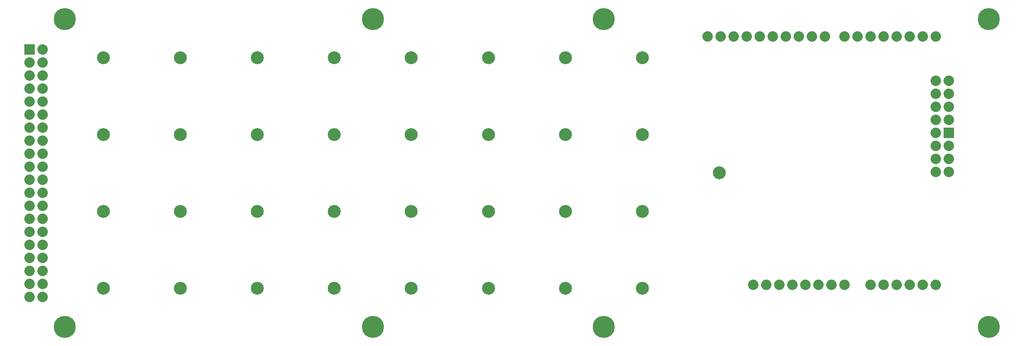
<source format=gbs>
G04 #@! TF.GenerationSoftware,KiCad,Pcbnew,(2018-02-14 revision 6afdf1cf8)-makepkg*
G04 #@! TF.CreationDate,2018-02-15T17:48:32+13:00*
G04 #@! TF.ProjectId,patch-shield-analog,70617463682D736869656C642D616E61,rev?*
G04 #@! TF.SameCoordinates,Original*
G04 #@! TF.FileFunction,Soldermask,Bot*
G04 #@! TF.FilePolarity,Negative*
%FSLAX46Y46*%
G04 Gerber Fmt 4.6, Leading zero omitted, Abs format (unit mm)*
G04 Created by KiCad (PCBNEW (2018-02-14 revision 6afdf1cf8)-makepkg) date 02/15/18 17:48:32*
%MOMM*%
%LPD*%
G01*
G04 APERTURE LIST*
%ADD10C,2.506980*%
%ADD11R,2.032000X2.032000*%
%ADD12C,2.032000*%
%ADD13C,4.305300*%
G04 APERTURE END LIST*
D10*
X159999680Y-89999820D03*
X159999680Y-59999880D03*
X145000980Y-59999880D03*
X129999740Y-59999880D03*
X115001040Y-59999880D03*
X99999800Y-59999880D03*
X85001100Y-59999880D03*
X69999860Y-59999880D03*
X55001160Y-59999880D03*
X55001160Y-105001060D03*
X145000980Y-89999820D03*
X129999740Y-89999820D03*
X115001040Y-89999820D03*
X99999800Y-89999820D03*
X85001100Y-89999820D03*
X69999860Y-89999820D03*
X55001160Y-89999820D03*
X55001160Y-75001120D03*
X175000920Y-82499200D03*
X159999680Y-75001120D03*
X145000980Y-75001120D03*
X129999740Y-75001120D03*
X115001040Y-75001120D03*
X99999800Y-75001120D03*
X85001100Y-75001120D03*
X69999860Y-75001120D03*
X159999680Y-105001060D03*
X145000980Y-105001060D03*
X129999740Y-105001060D03*
X115001040Y-105001060D03*
X99999800Y-105001060D03*
X85001100Y-105001060D03*
X69999860Y-105001060D03*
D11*
X40640000Y-58420000D03*
D12*
X43180000Y-58420000D03*
X40640000Y-71120000D03*
X43180000Y-60960000D03*
X40640000Y-73660000D03*
X43180000Y-63500000D03*
X40640000Y-76200000D03*
X43180000Y-66040000D03*
X40640000Y-78740000D03*
X43180000Y-68580000D03*
X40640000Y-81280000D03*
X43180000Y-71120000D03*
X40640000Y-83820000D03*
X43180000Y-73660000D03*
X40640000Y-86360000D03*
X43180000Y-76200000D03*
X40640000Y-88900000D03*
X43180000Y-78740000D03*
X40640000Y-91440000D03*
X43180000Y-81280000D03*
X40640000Y-93980000D03*
X43180000Y-83820000D03*
X40640000Y-96520000D03*
X43180000Y-86360000D03*
X43180000Y-88900000D03*
X40640000Y-99060000D03*
X43180000Y-91440000D03*
X43180000Y-96520000D03*
X43180000Y-99060000D03*
X43180000Y-101600000D03*
X43180000Y-104140000D03*
X40640000Y-101600000D03*
X40640000Y-104140000D03*
X40640000Y-60960000D03*
X40640000Y-63500000D03*
X40640000Y-66040000D03*
X40640000Y-68580000D03*
X40640000Y-106680000D03*
X43180000Y-106680000D03*
X43180000Y-93980000D03*
X181584600Y-104343200D03*
X184124600Y-104343200D03*
X186664600Y-104343200D03*
X189204600Y-104343200D03*
X191744600Y-104343200D03*
X194284600Y-104343200D03*
X196824600Y-104343200D03*
X199364600Y-104343200D03*
X204419200Y-104343200D03*
X206959200Y-104343200D03*
X209499200Y-104343200D03*
X212039200Y-104343200D03*
X214579200Y-104343200D03*
X217119200Y-104343200D03*
X217195400Y-77216000D03*
X217195400Y-79756000D03*
X217195400Y-82296000D03*
X219735400Y-82296000D03*
X219735400Y-79756000D03*
X219735400Y-77216000D03*
X217195400Y-55880000D03*
X214655400Y-55880000D03*
X212115400Y-55880000D03*
X209575400Y-55880000D03*
X207035400Y-55880000D03*
X204495400Y-55880000D03*
X201955400Y-55880000D03*
X199415400Y-55880000D03*
X195580000Y-55880000D03*
X193040000Y-55880000D03*
X190500000Y-55880000D03*
X187960000Y-55880000D03*
X185420000Y-55880000D03*
X182880000Y-55880000D03*
X180340000Y-55880000D03*
X177800000Y-55880000D03*
X175260000Y-55880000D03*
X172720000Y-55880000D03*
D11*
X219735400Y-74676000D03*
D12*
X217195400Y-74676000D03*
X219735400Y-72136000D03*
X217195400Y-72136000D03*
X219735400Y-69596000D03*
X217195400Y-69596000D03*
X219735400Y-67056000D03*
X217195400Y-67056000D03*
X219735400Y-64516000D03*
X217195400Y-64516000D03*
D13*
X47500540Y-52499260D03*
X47500540Y-112499140D03*
X152499060Y-52499260D03*
X152499060Y-112499140D03*
X227500180Y-52499260D03*
X227500180Y-112499140D03*
X107500420Y-52499260D03*
X107500420Y-112499140D03*
M02*

</source>
